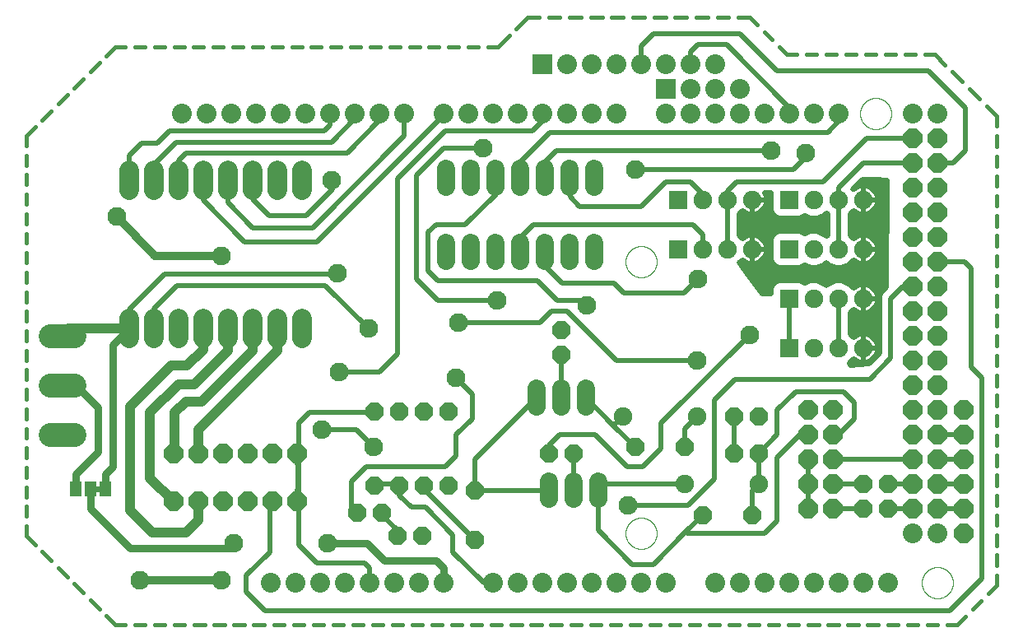
<source format=gtl>
G75*
%MOIN*%
%OFA0B0*%
%FSLAX25Y25*%
%IPPOS*%
%LPD*%
%AMOC8*
5,1,8,0,0,1.08239X$1,22.5*
%
%ADD10C,0.01600*%
%ADD11OC8,0.08000*%
%ADD12OC8,0.07200*%
%ADD13C,0.07543*%
%ADD14C,0.07200*%
%ADD15R,0.07543X0.07543*%
%ADD16C,0.08000*%
%ADD17C,0.00000*%
%ADD18C,0.09500*%
%ADD19C,0.08000*%
%ADD20R,0.08000X0.08000*%
%ADD21R,0.04600X0.06300*%
%ADD22C,0.02400*%
%ADD23C,0.02000*%
%ADD24C,0.07600*%
%ADD25C,0.04000*%
%ADD26C,0.03000*%
%ADD27C,0.03200*%
D10*
X0083669Y0064144D02*
X0087349Y0060464D01*
X0090133Y0057680D02*
X0093813Y0054000D01*
X0097898Y0054000D01*
X0101835Y0054000D02*
X0105920Y0054000D01*
X0109857Y0054000D02*
X0113941Y0054000D01*
X0117878Y0054000D02*
X0121963Y0054000D01*
X0125900Y0054000D02*
X0129985Y0054000D01*
X0133922Y0054000D02*
X0138007Y0054000D01*
X0141944Y0054000D02*
X0146029Y0054000D01*
X0149966Y0054000D02*
X0154050Y0054000D01*
X0157987Y0054000D02*
X0162072Y0054000D01*
X0166009Y0054000D02*
X0170094Y0054000D01*
X0174031Y0054000D02*
X0178116Y0054000D01*
X0182053Y0054000D02*
X0186137Y0054000D01*
X0190074Y0054000D02*
X0194159Y0054000D01*
X0198096Y0054000D02*
X0202181Y0054000D01*
X0206118Y0054000D02*
X0210203Y0054000D01*
X0214140Y0054000D02*
X0218225Y0054000D01*
X0222162Y0054000D02*
X0226246Y0054000D01*
X0230183Y0054000D02*
X0234268Y0054000D01*
X0238205Y0054000D02*
X0242290Y0054000D01*
X0246227Y0054000D02*
X0250312Y0054000D01*
X0254249Y0054000D02*
X0258334Y0054000D01*
X0262271Y0054000D02*
X0266355Y0054000D01*
X0270292Y0054000D02*
X0274377Y0054000D01*
X0278314Y0054000D02*
X0282399Y0054000D01*
X0286336Y0054000D02*
X0290421Y0054000D01*
X0294358Y0054000D02*
X0298443Y0054000D01*
X0302380Y0054000D02*
X0306464Y0054000D01*
X0310401Y0054000D02*
X0314486Y0054000D01*
X0318423Y0054000D02*
X0322508Y0054000D01*
X0326445Y0054000D02*
X0330530Y0054000D01*
X0334467Y0054000D02*
X0338552Y0054000D01*
X0342489Y0054000D02*
X0346573Y0054000D01*
X0350510Y0054000D02*
X0354595Y0054000D01*
X0358532Y0054000D02*
X0362617Y0054000D01*
X0366554Y0054000D02*
X0370639Y0054000D01*
X0374576Y0054000D02*
X0378660Y0054000D01*
X0382597Y0054000D02*
X0386682Y0054000D01*
X0390619Y0054000D02*
X0394704Y0054000D01*
X0398641Y0054000D02*
X0402726Y0054000D01*
X0406663Y0054000D02*
X0410748Y0054000D01*
X0414685Y0054000D02*
X0418769Y0054000D01*
X0422706Y0054000D02*
X0426791Y0054000D01*
X0430728Y0054000D02*
X0434813Y0054000D01*
X0438290Y0057477D01*
X0441074Y0060261D02*
X0444552Y0063739D01*
X0447336Y0066523D02*
X0450813Y0070000D01*
X0450813Y0074144D01*
X0450813Y0078081D02*
X0450813Y0082224D01*
X0450813Y0086161D02*
X0450813Y0090305D01*
X0450813Y0094242D02*
X0450813Y0098386D01*
X0450813Y0102323D02*
X0450813Y0106467D01*
X0450813Y0110404D02*
X0450813Y0114547D01*
X0450813Y0118484D02*
X0450813Y0122628D01*
X0450813Y0126565D02*
X0450813Y0130709D01*
X0450813Y0134646D02*
X0450813Y0138789D01*
X0450813Y0142726D02*
X0450813Y0146870D01*
X0450813Y0150807D02*
X0450813Y0154951D01*
X0450813Y0158888D02*
X0450813Y0163031D01*
X0450813Y0166969D02*
X0450813Y0171112D01*
X0450813Y0175049D02*
X0450813Y0179193D01*
X0450813Y0183130D02*
X0450813Y0187274D01*
X0450813Y0191211D02*
X0450813Y0195354D01*
X0450813Y0199291D02*
X0450813Y0203435D01*
X0450813Y0207372D02*
X0450813Y0211516D01*
X0450813Y0215453D02*
X0450813Y0219596D01*
X0450813Y0223533D02*
X0450813Y0227677D01*
X0450813Y0231614D02*
X0450813Y0235758D01*
X0450813Y0239695D02*
X0450813Y0243839D01*
X0450813Y0247776D02*
X0450813Y0251919D01*
X0450813Y0255856D02*
X0450813Y0260000D01*
X0446651Y0264162D01*
X0443867Y0266946D02*
X0439705Y0271108D01*
X0436921Y0273892D02*
X0432759Y0278054D01*
X0429975Y0280838D02*
X0425813Y0285000D01*
X0421758Y0285000D01*
X0417821Y0285000D02*
X0413766Y0285000D01*
X0409829Y0285000D02*
X0405774Y0285000D01*
X0401837Y0285000D02*
X0397782Y0285000D01*
X0393845Y0285000D02*
X0389789Y0285000D01*
X0385852Y0285000D02*
X0381797Y0285000D01*
X0377860Y0285000D02*
X0373805Y0285000D01*
X0369868Y0285000D02*
X0365813Y0285000D01*
X0362669Y0288144D01*
X0359885Y0290928D02*
X0356741Y0294072D01*
X0353957Y0296856D02*
X0350813Y0300000D01*
X0346210Y0300000D01*
X0342273Y0300000D02*
X0337671Y0300000D01*
X0333734Y0300000D02*
X0329131Y0300000D01*
X0325194Y0300000D02*
X0320591Y0300000D01*
X0316654Y0300000D02*
X0312051Y0300000D01*
X0308114Y0300000D02*
X0303512Y0300000D01*
X0299575Y0300000D02*
X0294972Y0300000D01*
X0291035Y0300000D02*
X0286432Y0300000D01*
X0282495Y0300000D02*
X0277892Y0300000D01*
X0273955Y0300000D02*
X0269353Y0300000D01*
X0265416Y0300000D02*
X0260813Y0300000D01*
X0256205Y0295392D01*
X0253421Y0292608D02*
X0248813Y0288000D01*
X0244803Y0288000D01*
X0240866Y0288000D02*
X0236856Y0288000D01*
X0232919Y0288000D02*
X0228909Y0288000D01*
X0224972Y0288000D02*
X0220963Y0288000D01*
X0217026Y0288000D02*
X0213016Y0288000D01*
X0209079Y0288000D02*
X0205069Y0288000D01*
X0201132Y0288000D02*
X0197122Y0288000D01*
X0193185Y0288000D02*
X0189175Y0288000D01*
X0185238Y0288000D02*
X0181228Y0288000D01*
X0177291Y0288000D02*
X0173282Y0288000D01*
X0169345Y0288000D02*
X0165335Y0288000D01*
X0161398Y0288000D02*
X0157388Y0288000D01*
X0153451Y0288000D02*
X0149441Y0288000D01*
X0145504Y0288000D02*
X0141494Y0288000D01*
X0137557Y0288000D02*
X0133547Y0288000D01*
X0129610Y0288000D02*
X0125600Y0288000D01*
X0121663Y0288000D02*
X0117654Y0288000D01*
X0113717Y0288000D02*
X0109707Y0288000D01*
X0105770Y0288000D02*
X0101760Y0288000D01*
X0097823Y0288000D02*
X0093813Y0288000D01*
X0090133Y0284320D01*
X0087349Y0281536D02*
X0083669Y0277856D01*
X0080885Y0275072D02*
X0077205Y0271392D01*
X0074421Y0268608D02*
X0070741Y0264928D01*
X0067957Y0262144D02*
X0064277Y0258464D01*
X0061493Y0255680D02*
X0057813Y0252000D01*
X0057813Y0248035D01*
X0057813Y0244098D02*
X0057813Y0240133D01*
X0057813Y0236196D02*
X0057813Y0232232D01*
X0057813Y0228295D02*
X0057813Y0224330D01*
X0057813Y0220393D02*
X0057813Y0216428D01*
X0057813Y0212491D02*
X0057813Y0208526D01*
X0057813Y0204589D02*
X0057813Y0200625D01*
X0057813Y0196688D02*
X0057813Y0192723D01*
X0057813Y0188786D02*
X0057813Y0184821D01*
X0057813Y0180884D02*
X0057813Y0176919D01*
X0057813Y0172982D02*
X0057813Y0169018D01*
X0057813Y0165081D02*
X0057813Y0161116D01*
X0057813Y0157179D02*
X0057813Y0153214D01*
X0057813Y0149277D02*
X0057813Y0145312D01*
X0057813Y0141375D02*
X0057813Y0137411D01*
X0057813Y0133474D02*
X0057813Y0129509D01*
X0057813Y0125572D02*
X0057813Y0121607D01*
X0057813Y0117670D02*
X0057813Y0113705D01*
X0057813Y0109768D02*
X0057813Y0105804D01*
X0057813Y0101867D02*
X0057813Y0097902D01*
X0057813Y0093965D02*
X0057813Y0090000D01*
X0061493Y0086320D01*
X0064277Y0083536D02*
X0067957Y0079856D01*
X0070741Y0077072D02*
X0074421Y0073392D01*
X0077205Y0070608D02*
X0080885Y0066928D01*
D11*
X0117313Y0104000D03*
X0127313Y0104000D03*
X0137313Y0104000D03*
X0147313Y0104000D03*
X0157313Y0104000D03*
X0167313Y0104000D03*
X0167313Y0123500D03*
X0157313Y0123500D03*
X0147313Y0123500D03*
X0137313Y0123500D03*
X0127313Y0123500D03*
X0117313Y0123500D03*
X0374313Y0121000D03*
X0384313Y0121000D03*
X0384313Y0111000D03*
X0374313Y0111000D03*
X0374313Y0101000D03*
X0384313Y0101000D03*
X0416813Y0101000D03*
X0426813Y0101000D03*
X0437313Y0101000D03*
X0437313Y0091000D03*
X0437313Y0111000D03*
X0426813Y0111000D03*
X0416813Y0111000D03*
X0416813Y0121000D03*
X0426813Y0121000D03*
X0437313Y0121000D03*
X0437313Y0131000D03*
X0426813Y0131000D03*
X0416813Y0131000D03*
X0416813Y0141000D03*
X0426813Y0141000D03*
X0437313Y0141000D03*
X0426813Y0151000D03*
X0416813Y0151000D03*
X0416813Y0161000D03*
X0426813Y0161000D03*
X0426813Y0171000D03*
X0416813Y0171000D03*
X0416813Y0181000D03*
X0426813Y0181000D03*
X0426813Y0191000D03*
X0416813Y0191000D03*
X0416813Y0201000D03*
X0426813Y0201000D03*
X0426813Y0211000D03*
X0416813Y0211000D03*
X0416813Y0221000D03*
X0426813Y0221000D03*
X0426813Y0231000D03*
X0416813Y0231000D03*
X0416813Y0241000D03*
X0426813Y0241000D03*
X0426813Y0251000D03*
X0416813Y0251000D03*
X0384313Y0141000D03*
X0374313Y0141000D03*
X0374313Y0131000D03*
X0384313Y0131000D03*
D12*
X0396813Y0111000D03*
X0406813Y0111000D03*
X0406813Y0101000D03*
X0396813Y0101000D03*
X0354313Y0123500D03*
X0344313Y0123500D03*
X0344313Y0138500D03*
X0354313Y0138500D03*
X0324313Y0126000D03*
X0304313Y0126000D03*
X0279313Y0123500D03*
X0269313Y0123500D03*
X0239313Y0108500D03*
X0228813Y0110500D03*
X0218813Y0110500D03*
X0208813Y0110500D03*
X0198813Y0110500D03*
X0201813Y0099500D03*
X0191813Y0099500D03*
X0208063Y0090000D03*
X0218063Y0090000D03*
X0239313Y0088500D03*
X0228813Y0140500D03*
X0218813Y0140500D03*
X0208813Y0140500D03*
X0198813Y0140500D03*
X0274313Y0163500D03*
X0274313Y0173500D03*
X0331813Y0098500D03*
X0351813Y0098500D03*
D13*
X0354313Y0111000D03*
X0324313Y0111000D03*
X0329313Y0138500D03*
X0299313Y0138500D03*
X0376813Y0166000D03*
X0386813Y0166000D03*
X0396813Y0166000D03*
X0396813Y0186000D03*
X0386813Y0186000D03*
X0376813Y0186000D03*
X0376813Y0206000D03*
X0386813Y0206000D03*
X0396813Y0206000D03*
X0396813Y0226000D03*
X0386813Y0226000D03*
X0376813Y0226000D03*
X0351813Y0226000D03*
X0341813Y0226000D03*
X0331813Y0226000D03*
X0331813Y0206000D03*
X0341813Y0206000D03*
X0351813Y0206000D03*
D14*
X0287813Y0208600D02*
X0287813Y0201400D01*
X0277813Y0201400D02*
X0277813Y0208600D01*
X0267813Y0208600D02*
X0267813Y0201400D01*
X0257813Y0201400D02*
X0257813Y0208600D01*
X0247813Y0208600D02*
X0247813Y0201400D01*
X0237813Y0201400D02*
X0237813Y0208600D01*
X0227813Y0208600D02*
X0227813Y0201400D01*
X0227813Y0231400D02*
X0227813Y0238600D01*
X0237813Y0238600D02*
X0237813Y0231400D01*
X0247813Y0231400D02*
X0247813Y0238600D01*
X0257813Y0238600D02*
X0257813Y0231400D01*
X0267813Y0231400D02*
X0267813Y0238600D01*
X0277813Y0238600D02*
X0277813Y0231400D01*
X0287813Y0231400D02*
X0287813Y0238600D01*
X0284313Y0149600D02*
X0284313Y0142400D01*
X0274313Y0142400D02*
X0274313Y0149600D01*
X0264313Y0149600D02*
X0264313Y0142400D01*
X0269313Y0112100D02*
X0269313Y0104900D01*
X0279313Y0104900D02*
X0279313Y0112100D01*
X0289313Y0112100D02*
X0289313Y0104900D01*
D15*
X0366813Y0166000D03*
X0366813Y0186000D03*
X0366813Y0206000D03*
X0366813Y0226000D03*
X0321813Y0226000D03*
X0321813Y0206000D03*
D16*
X0316813Y0261000D03*
X0326813Y0261000D03*
X0336813Y0261000D03*
X0346813Y0261000D03*
X0356813Y0261000D03*
X0366813Y0261000D03*
X0376813Y0261000D03*
X0386813Y0261000D03*
X0416813Y0261000D03*
X0426813Y0261000D03*
X0346813Y0271000D03*
X0336813Y0271000D03*
X0326813Y0271000D03*
X0326813Y0281000D03*
X0316813Y0281000D03*
X0306813Y0281000D03*
X0296813Y0281000D03*
X0286813Y0281000D03*
X0276813Y0281000D03*
X0276813Y0261000D03*
X0266813Y0261000D03*
X0256813Y0261000D03*
X0246813Y0261000D03*
X0236813Y0261000D03*
X0226813Y0261000D03*
X0210813Y0261000D03*
X0200813Y0261000D03*
X0190813Y0261000D03*
X0180813Y0261000D03*
X0170813Y0261000D03*
X0160813Y0261000D03*
X0150813Y0261000D03*
X0140813Y0261000D03*
X0130813Y0261000D03*
X0120813Y0261000D03*
X0286813Y0261000D03*
X0296813Y0261000D03*
X0336813Y0281000D03*
X0416813Y0091000D03*
X0426813Y0091000D03*
X0406813Y0071000D03*
X0396813Y0071000D03*
X0386813Y0071000D03*
X0376813Y0071000D03*
X0366813Y0071000D03*
X0356813Y0071000D03*
X0346813Y0071000D03*
X0336813Y0071000D03*
X0316813Y0071000D03*
X0306813Y0071000D03*
X0296813Y0071000D03*
X0286813Y0071000D03*
X0276813Y0071000D03*
X0266813Y0071000D03*
X0256813Y0071000D03*
X0246813Y0071000D03*
X0226813Y0071000D03*
X0216813Y0071000D03*
X0206813Y0071000D03*
X0196813Y0071000D03*
X0186813Y0071000D03*
X0176813Y0071000D03*
X0166813Y0071000D03*
X0156813Y0071000D03*
D17*
X0300514Y0091000D02*
X0300516Y0091158D01*
X0300522Y0091316D01*
X0300532Y0091474D01*
X0300546Y0091632D01*
X0300564Y0091789D01*
X0300585Y0091946D01*
X0300611Y0092102D01*
X0300641Y0092258D01*
X0300674Y0092413D01*
X0300712Y0092566D01*
X0300753Y0092719D01*
X0300798Y0092871D01*
X0300847Y0093022D01*
X0300900Y0093171D01*
X0300956Y0093319D01*
X0301016Y0093465D01*
X0301080Y0093610D01*
X0301148Y0093753D01*
X0301219Y0093895D01*
X0301293Y0094035D01*
X0301371Y0094172D01*
X0301453Y0094308D01*
X0301537Y0094442D01*
X0301626Y0094573D01*
X0301717Y0094702D01*
X0301812Y0094829D01*
X0301909Y0094954D01*
X0302010Y0095076D01*
X0302114Y0095195D01*
X0302221Y0095312D01*
X0302331Y0095426D01*
X0302444Y0095537D01*
X0302559Y0095646D01*
X0302677Y0095751D01*
X0302798Y0095853D01*
X0302921Y0095953D01*
X0303047Y0096049D01*
X0303175Y0096142D01*
X0303305Y0096232D01*
X0303438Y0096318D01*
X0303573Y0096402D01*
X0303709Y0096481D01*
X0303848Y0096558D01*
X0303989Y0096630D01*
X0304131Y0096700D01*
X0304275Y0096765D01*
X0304421Y0096827D01*
X0304568Y0096885D01*
X0304717Y0096940D01*
X0304867Y0096991D01*
X0305018Y0097038D01*
X0305170Y0097081D01*
X0305323Y0097120D01*
X0305478Y0097156D01*
X0305633Y0097187D01*
X0305789Y0097215D01*
X0305945Y0097239D01*
X0306102Y0097259D01*
X0306260Y0097275D01*
X0306417Y0097287D01*
X0306576Y0097295D01*
X0306734Y0097299D01*
X0306892Y0097299D01*
X0307050Y0097295D01*
X0307209Y0097287D01*
X0307366Y0097275D01*
X0307524Y0097259D01*
X0307681Y0097239D01*
X0307837Y0097215D01*
X0307993Y0097187D01*
X0308148Y0097156D01*
X0308303Y0097120D01*
X0308456Y0097081D01*
X0308608Y0097038D01*
X0308759Y0096991D01*
X0308909Y0096940D01*
X0309058Y0096885D01*
X0309205Y0096827D01*
X0309351Y0096765D01*
X0309495Y0096700D01*
X0309637Y0096630D01*
X0309778Y0096558D01*
X0309917Y0096481D01*
X0310053Y0096402D01*
X0310188Y0096318D01*
X0310321Y0096232D01*
X0310451Y0096142D01*
X0310579Y0096049D01*
X0310705Y0095953D01*
X0310828Y0095853D01*
X0310949Y0095751D01*
X0311067Y0095646D01*
X0311182Y0095537D01*
X0311295Y0095426D01*
X0311405Y0095312D01*
X0311512Y0095195D01*
X0311616Y0095076D01*
X0311717Y0094954D01*
X0311814Y0094829D01*
X0311909Y0094702D01*
X0312000Y0094573D01*
X0312089Y0094442D01*
X0312173Y0094308D01*
X0312255Y0094172D01*
X0312333Y0094035D01*
X0312407Y0093895D01*
X0312478Y0093753D01*
X0312546Y0093610D01*
X0312610Y0093465D01*
X0312670Y0093319D01*
X0312726Y0093171D01*
X0312779Y0093022D01*
X0312828Y0092871D01*
X0312873Y0092719D01*
X0312914Y0092566D01*
X0312952Y0092413D01*
X0312985Y0092258D01*
X0313015Y0092102D01*
X0313041Y0091946D01*
X0313062Y0091789D01*
X0313080Y0091632D01*
X0313094Y0091474D01*
X0313104Y0091316D01*
X0313110Y0091158D01*
X0313112Y0091000D01*
X0313110Y0090842D01*
X0313104Y0090684D01*
X0313094Y0090526D01*
X0313080Y0090368D01*
X0313062Y0090211D01*
X0313041Y0090054D01*
X0313015Y0089898D01*
X0312985Y0089742D01*
X0312952Y0089587D01*
X0312914Y0089434D01*
X0312873Y0089281D01*
X0312828Y0089129D01*
X0312779Y0088978D01*
X0312726Y0088829D01*
X0312670Y0088681D01*
X0312610Y0088535D01*
X0312546Y0088390D01*
X0312478Y0088247D01*
X0312407Y0088105D01*
X0312333Y0087965D01*
X0312255Y0087828D01*
X0312173Y0087692D01*
X0312089Y0087558D01*
X0312000Y0087427D01*
X0311909Y0087298D01*
X0311814Y0087171D01*
X0311717Y0087046D01*
X0311616Y0086924D01*
X0311512Y0086805D01*
X0311405Y0086688D01*
X0311295Y0086574D01*
X0311182Y0086463D01*
X0311067Y0086354D01*
X0310949Y0086249D01*
X0310828Y0086147D01*
X0310705Y0086047D01*
X0310579Y0085951D01*
X0310451Y0085858D01*
X0310321Y0085768D01*
X0310188Y0085682D01*
X0310053Y0085598D01*
X0309917Y0085519D01*
X0309778Y0085442D01*
X0309637Y0085370D01*
X0309495Y0085300D01*
X0309351Y0085235D01*
X0309205Y0085173D01*
X0309058Y0085115D01*
X0308909Y0085060D01*
X0308759Y0085009D01*
X0308608Y0084962D01*
X0308456Y0084919D01*
X0308303Y0084880D01*
X0308148Y0084844D01*
X0307993Y0084813D01*
X0307837Y0084785D01*
X0307681Y0084761D01*
X0307524Y0084741D01*
X0307366Y0084725D01*
X0307209Y0084713D01*
X0307050Y0084705D01*
X0306892Y0084701D01*
X0306734Y0084701D01*
X0306576Y0084705D01*
X0306417Y0084713D01*
X0306260Y0084725D01*
X0306102Y0084741D01*
X0305945Y0084761D01*
X0305789Y0084785D01*
X0305633Y0084813D01*
X0305478Y0084844D01*
X0305323Y0084880D01*
X0305170Y0084919D01*
X0305018Y0084962D01*
X0304867Y0085009D01*
X0304717Y0085060D01*
X0304568Y0085115D01*
X0304421Y0085173D01*
X0304275Y0085235D01*
X0304131Y0085300D01*
X0303989Y0085370D01*
X0303848Y0085442D01*
X0303709Y0085519D01*
X0303573Y0085598D01*
X0303438Y0085682D01*
X0303305Y0085768D01*
X0303175Y0085858D01*
X0303047Y0085951D01*
X0302921Y0086047D01*
X0302798Y0086147D01*
X0302677Y0086249D01*
X0302559Y0086354D01*
X0302444Y0086463D01*
X0302331Y0086574D01*
X0302221Y0086688D01*
X0302114Y0086805D01*
X0302010Y0086924D01*
X0301909Y0087046D01*
X0301812Y0087171D01*
X0301717Y0087298D01*
X0301626Y0087427D01*
X0301537Y0087558D01*
X0301453Y0087692D01*
X0301371Y0087828D01*
X0301293Y0087965D01*
X0301219Y0088105D01*
X0301148Y0088247D01*
X0301080Y0088390D01*
X0301016Y0088535D01*
X0300956Y0088681D01*
X0300900Y0088829D01*
X0300847Y0088978D01*
X0300798Y0089129D01*
X0300753Y0089281D01*
X0300712Y0089434D01*
X0300674Y0089587D01*
X0300641Y0089742D01*
X0300611Y0089898D01*
X0300585Y0090054D01*
X0300564Y0090211D01*
X0300546Y0090368D01*
X0300532Y0090526D01*
X0300522Y0090684D01*
X0300516Y0090842D01*
X0300514Y0091000D01*
X0420514Y0071000D02*
X0420516Y0071158D01*
X0420522Y0071316D01*
X0420532Y0071474D01*
X0420546Y0071632D01*
X0420564Y0071789D01*
X0420585Y0071946D01*
X0420611Y0072102D01*
X0420641Y0072258D01*
X0420674Y0072413D01*
X0420712Y0072566D01*
X0420753Y0072719D01*
X0420798Y0072871D01*
X0420847Y0073022D01*
X0420900Y0073171D01*
X0420956Y0073319D01*
X0421016Y0073465D01*
X0421080Y0073610D01*
X0421148Y0073753D01*
X0421219Y0073895D01*
X0421293Y0074035D01*
X0421371Y0074172D01*
X0421453Y0074308D01*
X0421537Y0074442D01*
X0421626Y0074573D01*
X0421717Y0074702D01*
X0421812Y0074829D01*
X0421909Y0074954D01*
X0422010Y0075076D01*
X0422114Y0075195D01*
X0422221Y0075312D01*
X0422331Y0075426D01*
X0422444Y0075537D01*
X0422559Y0075646D01*
X0422677Y0075751D01*
X0422798Y0075853D01*
X0422921Y0075953D01*
X0423047Y0076049D01*
X0423175Y0076142D01*
X0423305Y0076232D01*
X0423438Y0076318D01*
X0423573Y0076402D01*
X0423709Y0076481D01*
X0423848Y0076558D01*
X0423989Y0076630D01*
X0424131Y0076700D01*
X0424275Y0076765D01*
X0424421Y0076827D01*
X0424568Y0076885D01*
X0424717Y0076940D01*
X0424867Y0076991D01*
X0425018Y0077038D01*
X0425170Y0077081D01*
X0425323Y0077120D01*
X0425478Y0077156D01*
X0425633Y0077187D01*
X0425789Y0077215D01*
X0425945Y0077239D01*
X0426102Y0077259D01*
X0426260Y0077275D01*
X0426417Y0077287D01*
X0426576Y0077295D01*
X0426734Y0077299D01*
X0426892Y0077299D01*
X0427050Y0077295D01*
X0427209Y0077287D01*
X0427366Y0077275D01*
X0427524Y0077259D01*
X0427681Y0077239D01*
X0427837Y0077215D01*
X0427993Y0077187D01*
X0428148Y0077156D01*
X0428303Y0077120D01*
X0428456Y0077081D01*
X0428608Y0077038D01*
X0428759Y0076991D01*
X0428909Y0076940D01*
X0429058Y0076885D01*
X0429205Y0076827D01*
X0429351Y0076765D01*
X0429495Y0076700D01*
X0429637Y0076630D01*
X0429778Y0076558D01*
X0429917Y0076481D01*
X0430053Y0076402D01*
X0430188Y0076318D01*
X0430321Y0076232D01*
X0430451Y0076142D01*
X0430579Y0076049D01*
X0430705Y0075953D01*
X0430828Y0075853D01*
X0430949Y0075751D01*
X0431067Y0075646D01*
X0431182Y0075537D01*
X0431295Y0075426D01*
X0431405Y0075312D01*
X0431512Y0075195D01*
X0431616Y0075076D01*
X0431717Y0074954D01*
X0431814Y0074829D01*
X0431909Y0074702D01*
X0432000Y0074573D01*
X0432089Y0074442D01*
X0432173Y0074308D01*
X0432255Y0074172D01*
X0432333Y0074035D01*
X0432407Y0073895D01*
X0432478Y0073753D01*
X0432546Y0073610D01*
X0432610Y0073465D01*
X0432670Y0073319D01*
X0432726Y0073171D01*
X0432779Y0073022D01*
X0432828Y0072871D01*
X0432873Y0072719D01*
X0432914Y0072566D01*
X0432952Y0072413D01*
X0432985Y0072258D01*
X0433015Y0072102D01*
X0433041Y0071946D01*
X0433062Y0071789D01*
X0433080Y0071632D01*
X0433094Y0071474D01*
X0433104Y0071316D01*
X0433110Y0071158D01*
X0433112Y0071000D01*
X0433110Y0070842D01*
X0433104Y0070684D01*
X0433094Y0070526D01*
X0433080Y0070368D01*
X0433062Y0070211D01*
X0433041Y0070054D01*
X0433015Y0069898D01*
X0432985Y0069742D01*
X0432952Y0069587D01*
X0432914Y0069434D01*
X0432873Y0069281D01*
X0432828Y0069129D01*
X0432779Y0068978D01*
X0432726Y0068829D01*
X0432670Y0068681D01*
X0432610Y0068535D01*
X0432546Y0068390D01*
X0432478Y0068247D01*
X0432407Y0068105D01*
X0432333Y0067965D01*
X0432255Y0067828D01*
X0432173Y0067692D01*
X0432089Y0067558D01*
X0432000Y0067427D01*
X0431909Y0067298D01*
X0431814Y0067171D01*
X0431717Y0067046D01*
X0431616Y0066924D01*
X0431512Y0066805D01*
X0431405Y0066688D01*
X0431295Y0066574D01*
X0431182Y0066463D01*
X0431067Y0066354D01*
X0430949Y0066249D01*
X0430828Y0066147D01*
X0430705Y0066047D01*
X0430579Y0065951D01*
X0430451Y0065858D01*
X0430321Y0065768D01*
X0430188Y0065682D01*
X0430053Y0065598D01*
X0429917Y0065519D01*
X0429778Y0065442D01*
X0429637Y0065370D01*
X0429495Y0065300D01*
X0429351Y0065235D01*
X0429205Y0065173D01*
X0429058Y0065115D01*
X0428909Y0065060D01*
X0428759Y0065009D01*
X0428608Y0064962D01*
X0428456Y0064919D01*
X0428303Y0064880D01*
X0428148Y0064844D01*
X0427993Y0064813D01*
X0427837Y0064785D01*
X0427681Y0064761D01*
X0427524Y0064741D01*
X0427366Y0064725D01*
X0427209Y0064713D01*
X0427050Y0064705D01*
X0426892Y0064701D01*
X0426734Y0064701D01*
X0426576Y0064705D01*
X0426417Y0064713D01*
X0426260Y0064725D01*
X0426102Y0064741D01*
X0425945Y0064761D01*
X0425789Y0064785D01*
X0425633Y0064813D01*
X0425478Y0064844D01*
X0425323Y0064880D01*
X0425170Y0064919D01*
X0425018Y0064962D01*
X0424867Y0065009D01*
X0424717Y0065060D01*
X0424568Y0065115D01*
X0424421Y0065173D01*
X0424275Y0065235D01*
X0424131Y0065300D01*
X0423989Y0065370D01*
X0423848Y0065442D01*
X0423709Y0065519D01*
X0423573Y0065598D01*
X0423438Y0065682D01*
X0423305Y0065768D01*
X0423175Y0065858D01*
X0423047Y0065951D01*
X0422921Y0066047D01*
X0422798Y0066147D01*
X0422677Y0066249D01*
X0422559Y0066354D01*
X0422444Y0066463D01*
X0422331Y0066574D01*
X0422221Y0066688D01*
X0422114Y0066805D01*
X0422010Y0066924D01*
X0421909Y0067046D01*
X0421812Y0067171D01*
X0421717Y0067298D01*
X0421626Y0067427D01*
X0421537Y0067558D01*
X0421453Y0067692D01*
X0421371Y0067828D01*
X0421293Y0067965D01*
X0421219Y0068105D01*
X0421148Y0068247D01*
X0421080Y0068390D01*
X0421016Y0068535D01*
X0420956Y0068681D01*
X0420900Y0068829D01*
X0420847Y0068978D01*
X0420798Y0069129D01*
X0420753Y0069281D01*
X0420712Y0069434D01*
X0420674Y0069587D01*
X0420641Y0069742D01*
X0420611Y0069898D01*
X0420585Y0070054D01*
X0420564Y0070211D01*
X0420546Y0070368D01*
X0420532Y0070526D01*
X0420522Y0070684D01*
X0420516Y0070842D01*
X0420514Y0071000D01*
X0300514Y0201000D02*
X0300516Y0201158D01*
X0300522Y0201316D01*
X0300532Y0201474D01*
X0300546Y0201632D01*
X0300564Y0201789D01*
X0300585Y0201946D01*
X0300611Y0202102D01*
X0300641Y0202258D01*
X0300674Y0202413D01*
X0300712Y0202566D01*
X0300753Y0202719D01*
X0300798Y0202871D01*
X0300847Y0203022D01*
X0300900Y0203171D01*
X0300956Y0203319D01*
X0301016Y0203465D01*
X0301080Y0203610D01*
X0301148Y0203753D01*
X0301219Y0203895D01*
X0301293Y0204035D01*
X0301371Y0204172D01*
X0301453Y0204308D01*
X0301537Y0204442D01*
X0301626Y0204573D01*
X0301717Y0204702D01*
X0301812Y0204829D01*
X0301909Y0204954D01*
X0302010Y0205076D01*
X0302114Y0205195D01*
X0302221Y0205312D01*
X0302331Y0205426D01*
X0302444Y0205537D01*
X0302559Y0205646D01*
X0302677Y0205751D01*
X0302798Y0205853D01*
X0302921Y0205953D01*
X0303047Y0206049D01*
X0303175Y0206142D01*
X0303305Y0206232D01*
X0303438Y0206318D01*
X0303573Y0206402D01*
X0303709Y0206481D01*
X0303848Y0206558D01*
X0303989Y0206630D01*
X0304131Y0206700D01*
X0304275Y0206765D01*
X0304421Y0206827D01*
X0304568Y0206885D01*
X0304717Y0206940D01*
X0304867Y0206991D01*
X0305018Y0207038D01*
X0305170Y0207081D01*
X0305323Y0207120D01*
X0305478Y0207156D01*
X0305633Y0207187D01*
X0305789Y0207215D01*
X0305945Y0207239D01*
X0306102Y0207259D01*
X0306260Y0207275D01*
X0306417Y0207287D01*
X0306576Y0207295D01*
X0306734Y0207299D01*
X0306892Y0207299D01*
X0307050Y0207295D01*
X0307209Y0207287D01*
X0307366Y0207275D01*
X0307524Y0207259D01*
X0307681Y0207239D01*
X0307837Y0207215D01*
X0307993Y0207187D01*
X0308148Y0207156D01*
X0308303Y0207120D01*
X0308456Y0207081D01*
X0308608Y0207038D01*
X0308759Y0206991D01*
X0308909Y0206940D01*
X0309058Y0206885D01*
X0309205Y0206827D01*
X0309351Y0206765D01*
X0309495Y0206700D01*
X0309637Y0206630D01*
X0309778Y0206558D01*
X0309917Y0206481D01*
X0310053Y0206402D01*
X0310188Y0206318D01*
X0310321Y0206232D01*
X0310451Y0206142D01*
X0310579Y0206049D01*
X0310705Y0205953D01*
X0310828Y0205853D01*
X0310949Y0205751D01*
X0311067Y0205646D01*
X0311182Y0205537D01*
X0311295Y0205426D01*
X0311405Y0205312D01*
X0311512Y0205195D01*
X0311616Y0205076D01*
X0311717Y0204954D01*
X0311814Y0204829D01*
X0311909Y0204702D01*
X0312000Y0204573D01*
X0312089Y0204442D01*
X0312173Y0204308D01*
X0312255Y0204172D01*
X0312333Y0204035D01*
X0312407Y0203895D01*
X0312478Y0203753D01*
X0312546Y0203610D01*
X0312610Y0203465D01*
X0312670Y0203319D01*
X0312726Y0203171D01*
X0312779Y0203022D01*
X0312828Y0202871D01*
X0312873Y0202719D01*
X0312914Y0202566D01*
X0312952Y0202413D01*
X0312985Y0202258D01*
X0313015Y0202102D01*
X0313041Y0201946D01*
X0313062Y0201789D01*
X0313080Y0201632D01*
X0313094Y0201474D01*
X0313104Y0201316D01*
X0313110Y0201158D01*
X0313112Y0201000D01*
X0313110Y0200842D01*
X0313104Y0200684D01*
X0313094Y0200526D01*
X0313080Y0200368D01*
X0313062Y0200211D01*
X0313041Y0200054D01*
X0313015Y0199898D01*
X0312985Y0199742D01*
X0312952Y0199587D01*
X0312914Y0199434D01*
X0312873Y0199281D01*
X0312828Y0199129D01*
X0312779Y0198978D01*
X0312726Y0198829D01*
X0312670Y0198681D01*
X0312610Y0198535D01*
X0312546Y0198390D01*
X0312478Y0198247D01*
X0312407Y0198105D01*
X0312333Y0197965D01*
X0312255Y0197828D01*
X0312173Y0197692D01*
X0312089Y0197558D01*
X0312000Y0197427D01*
X0311909Y0197298D01*
X0311814Y0197171D01*
X0311717Y0197046D01*
X0311616Y0196924D01*
X0311512Y0196805D01*
X0311405Y0196688D01*
X0311295Y0196574D01*
X0311182Y0196463D01*
X0311067Y0196354D01*
X0310949Y0196249D01*
X0310828Y0196147D01*
X0310705Y0196047D01*
X0310579Y0195951D01*
X0310451Y0195858D01*
X0310321Y0195768D01*
X0310188Y0195682D01*
X0310053Y0195598D01*
X0309917Y0195519D01*
X0309778Y0195442D01*
X0309637Y0195370D01*
X0309495Y0195300D01*
X0309351Y0195235D01*
X0309205Y0195173D01*
X0309058Y0195115D01*
X0308909Y0195060D01*
X0308759Y0195009D01*
X0308608Y0194962D01*
X0308456Y0194919D01*
X0308303Y0194880D01*
X0308148Y0194844D01*
X0307993Y0194813D01*
X0307837Y0194785D01*
X0307681Y0194761D01*
X0307524Y0194741D01*
X0307366Y0194725D01*
X0307209Y0194713D01*
X0307050Y0194705D01*
X0306892Y0194701D01*
X0306734Y0194701D01*
X0306576Y0194705D01*
X0306417Y0194713D01*
X0306260Y0194725D01*
X0306102Y0194741D01*
X0305945Y0194761D01*
X0305789Y0194785D01*
X0305633Y0194813D01*
X0305478Y0194844D01*
X0305323Y0194880D01*
X0305170Y0194919D01*
X0305018Y0194962D01*
X0304867Y0195009D01*
X0304717Y0195060D01*
X0304568Y0195115D01*
X0304421Y0195173D01*
X0304275Y0195235D01*
X0304131Y0195300D01*
X0303989Y0195370D01*
X0303848Y0195442D01*
X0303709Y0195519D01*
X0303573Y0195598D01*
X0303438Y0195682D01*
X0303305Y0195768D01*
X0303175Y0195858D01*
X0303047Y0195951D01*
X0302921Y0196047D01*
X0302798Y0196147D01*
X0302677Y0196249D01*
X0302559Y0196354D01*
X0302444Y0196463D01*
X0302331Y0196574D01*
X0302221Y0196688D01*
X0302114Y0196805D01*
X0302010Y0196924D01*
X0301909Y0197046D01*
X0301812Y0197171D01*
X0301717Y0197298D01*
X0301626Y0197427D01*
X0301537Y0197558D01*
X0301453Y0197692D01*
X0301371Y0197828D01*
X0301293Y0197965D01*
X0301219Y0198105D01*
X0301148Y0198247D01*
X0301080Y0198390D01*
X0301016Y0198535D01*
X0300956Y0198681D01*
X0300900Y0198829D01*
X0300847Y0198978D01*
X0300798Y0199129D01*
X0300753Y0199281D01*
X0300712Y0199434D01*
X0300674Y0199587D01*
X0300641Y0199742D01*
X0300611Y0199898D01*
X0300585Y0200054D01*
X0300564Y0200211D01*
X0300546Y0200368D01*
X0300532Y0200526D01*
X0300522Y0200684D01*
X0300516Y0200842D01*
X0300514Y0201000D01*
X0395514Y0261000D02*
X0395516Y0261158D01*
X0395522Y0261316D01*
X0395532Y0261474D01*
X0395546Y0261632D01*
X0395564Y0261789D01*
X0395585Y0261946D01*
X0395611Y0262102D01*
X0395641Y0262258D01*
X0395674Y0262413D01*
X0395712Y0262566D01*
X0395753Y0262719D01*
X0395798Y0262871D01*
X0395847Y0263022D01*
X0395900Y0263171D01*
X0395956Y0263319D01*
X0396016Y0263465D01*
X0396080Y0263610D01*
X0396148Y0263753D01*
X0396219Y0263895D01*
X0396293Y0264035D01*
X0396371Y0264172D01*
X0396453Y0264308D01*
X0396537Y0264442D01*
X0396626Y0264573D01*
X0396717Y0264702D01*
X0396812Y0264829D01*
X0396909Y0264954D01*
X0397010Y0265076D01*
X0397114Y0265195D01*
X0397221Y0265312D01*
X0397331Y0265426D01*
X0397444Y0265537D01*
X0397559Y0265646D01*
X0397677Y0265751D01*
X0397798Y0265853D01*
X0397921Y0265953D01*
X0398047Y0266049D01*
X0398175Y0266142D01*
X0398305Y0266232D01*
X0398438Y0266318D01*
X0398573Y0266402D01*
X0398709Y0266481D01*
X0398848Y0266558D01*
X0398989Y0266630D01*
X0399131Y0266700D01*
X0399275Y0266765D01*
X0399421Y0266827D01*
X0399568Y0266885D01*
X0399717Y0266940D01*
X0399867Y0266991D01*
X0400018Y0267038D01*
X0400170Y0267081D01*
X0400323Y0267120D01*
X0400478Y0267156D01*
X0400633Y0267187D01*
X0400789Y0267215D01*
X0400945Y0267239D01*
X0401102Y0267259D01*
X0401260Y0267275D01*
X0401417Y0267287D01*
X0401576Y0267295D01*
X0401734Y0267299D01*
X0401892Y0267299D01*
X0402050Y0267295D01*
X0402209Y0267287D01*
X0402366Y0267275D01*
X0402524Y0267259D01*
X0402681Y0267239D01*
X0402837Y0267215D01*
X0402993Y0267187D01*
X0403148Y0267156D01*
X0403303Y0267120D01*
X0403456Y0267081D01*
X0403608Y0267038D01*
X0403759Y0266991D01*
X0403909Y0266940D01*
X0404058Y0266885D01*
X0404205Y0266827D01*
X0404351Y0266765D01*
X0404495Y0266700D01*
X0404637Y0266630D01*
X0404778Y0266558D01*
X0404917Y0266481D01*
X0405053Y0266402D01*
X0405188Y0266318D01*
X0405321Y0266232D01*
X0405451Y0266142D01*
X0405579Y0266049D01*
X0405705Y0265953D01*
X0405828Y0265853D01*
X0405949Y0265751D01*
X0406067Y0265646D01*
X0406182Y0265537D01*
X0406295Y0265426D01*
X0406405Y0265312D01*
X0406512Y0265195D01*
X0406616Y0265076D01*
X0406717Y0264954D01*
X0406814Y0264829D01*
X0406909Y0264702D01*
X0407000Y0264573D01*
X0407089Y0264442D01*
X0407173Y0264308D01*
X0407255Y0264172D01*
X0407333Y0264035D01*
X0407407Y0263895D01*
X0407478Y0263753D01*
X0407546Y0263610D01*
X0407610Y0263465D01*
X0407670Y0263319D01*
X0407726Y0263171D01*
X0407779Y0263022D01*
X0407828Y0262871D01*
X0407873Y0262719D01*
X0407914Y0262566D01*
X0407952Y0262413D01*
X0407985Y0262258D01*
X0408015Y0262102D01*
X0408041Y0261946D01*
X0408062Y0261789D01*
X0408080Y0261632D01*
X0408094Y0261474D01*
X0408104Y0261316D01*
X0408110Y0261158D01*
X0408112Y0261000D01*
X0408110Y0260842D01*
X0408104Y0260684D01*
X0408094Y0260526D01*
X0408080Y0260368D01*
X0408062Y0260211D01*
X0408041Y0260054D01*
X0408015Y0259898D01*
X0407985Y0259742D01*
X0407952Y0259587D01*
X0407914Y0259434D01*
X0407873Y0259281D01*
X0407828Y0259129D01*
X0407779Y0258978D01*
X0407726Y0258829D01*
X0407670Y0258681D01*
X0407610Y0258535D01*
X0407546Y0258390D01*
X0407478Y0258247D01*
X0407407Y0258105D01*
X0407333Y0257965D01*
X0407255Y0257828D01*
X0407173Y0257692D01*
X0407089Y0257558D01*
X0407000Y0257427D01*
X0406909Y0257298D01*
X0406814Y0257171D01*
X0406717Y0257046D01*
X0406616Y0256924D01*
X0406512Y0256805D01*
X0406405Y0256688D01*
X0406295Y0256574D01*
X0406182Y0256463D01*
X0406067Y0256354D01*
X0405949Y0256249D01*
X0405828Y0256147D01*
X0405705Y0256047D01*
X0405579Y0255951D01*
X0405451Y0255858D01*
X0405321Y0255768D01*
X0405188Y0255682D01*
X0405053Y0255598D01*
X0404917Y0255519D01*
X0404778Y0255442D01*
X0404637Y0255370D01*
X0404495Y0255300D01*
X0404351Y0255235D01*
X0404205Y0255173D01*
X0404058Y0255115D01*
X0403909Y0255060D01*
X0403759Y0255009D01*
X0403608Y0254962D01*
X0403456Y0254919D01*
X0403303Y0254880D01*
X0403148Y0254844D01*
X0402993Y0254813D01*
X0402837Y0254785D01*
X0402681Y0254761D01*
X0402524Y0254741D01*
X0402366Y0254725D01*
X0402209Y0254713D01*
X0402050Y0254705D01*
X0401892Y0254701D01*
X0401734Y0254701D01*
X0401576Y0254705D01*
X0401417Y0254713D01*
X0401260Y0254725D01*
X0401102Y0254741D01*
X0400945Y0254761D01*
X0400789Y0254785D01*
X0400633Y0254813D01*
X0400478Y0254844D01*
X0400323Y0254880D01*
X0400170Y0254919D01*
X0400018Y0254962D01*
X0399867Y0255009D01*
X0399717Y0255060D01*
X0399568Y0255115D01*
X0399421Y0255173D01*
X0399275Y0255235D01*
X0399131Y0255300D01*
X0398989Y0255370D01*
X0398848Y0255442D01*
X0398709Y0255519D01*
X0398573Y0255598D01*
X0398438Y0255682D01*
X0398305Y0255768D01*
X0398175Y0255858D01*
X0398047Y0255951D01*
X0397921Y0256047D01*
X0397798Y0256147D01*
X0397677Y0256249D01*
X0397559Y0256354D01*
X0397444Y0256463D01*
X0397331Y0256574D01*
X0397221Y0256688D01*
X0397114Y0256805D01*
X0397010Y0256924D01*
X0396909Y0257046D01*
X0396812Y0257171D01*
X0396717Y0257298D01*
X0396626Y0257427D01*
X0396537Y0257558D01*
X0396453Y0257692D01*
X0396371Y0257828D01*
X0396293Y0257965D01*
X0396219Y0258105D01*
X0396148Y0258247D01*
X0396080Y0258390D01*
X0396016Y0258535D01*
X0395956Y0258681D01*
X0395900Y0258829D01*
X0395847Y0258978D01*
X0395798Y0259129D01*
X0395753Y0259281D01*
X0395712Y0259434D01*
X0395674Y0259587D01*
X0395641Y0259742D01*
X0395611Y0259898D01*
X0395585Y0260054D01*
X0395564Y0260211D01*
X0395546Y0260368D01*
X0395532Y0260526D01*
X0395522Y0260684D01*
X0395516Y0260842D01*
X0395514Y0261000D01*
D18*
X0077063Y0171000D02*
X0067563Y0171000D01*
X0067563Y0151000D02*
X0077063Y0151000D01*
X0077063Y0131000D02*
X0067563Y0131000D01*
D19*
X0099313Y0170000D02*
X0099313Y0178000D01*
X0109313Y0178000D02*
X0109313Y0170000D01*
X0119313Y0170000D02*
X0119313Y0178000D01*
X0129313Y0178000D02*
X0129313Y0170000D01*
X0139313Y0170000D02*
X0139313Y0178000D01*
X0149313Y0178000D02*
X0149313Y0170000D01*
X0159313Y0170000D02*
X0159313Y0178000D01*
X0169313Y0178000D02*
X0169313Y0170000D01*
X0169313Y0230000D02*
X0169313Y0238000D01*
X0159313Y0238000D02*
X0159313Y0230000D01*
X0149313Y0230000D02*
X0149313Y0238000D01*
X0139313Y0238000D02*
X0139313Y0230000D01*
X0129313Y0230000D02*
X0129313Y0238000D01*
X0119313Y0238000D02*
X0119313Y0230000D01*
X0109313Y0230000D02*
X0109313Y0238000D01*
X0099313Y0238000D02*
X0099313Y0230000D01*
D20*
X0266813Y0281000D03*
X0316813Y0271000D03*
D21*
X0089813Y0109000D03*
X0083813Y0109000D03*
X0077813Y0109000D03*
D22*
X0083813Y0109000D02*
X0088813Y0109000D01*
D23*
X0083813Y0109000D01*
X0146813Y0074000D02*
X0146813Y0067500D01*
X0154563Y0059750D01*
X0431813Y0059750D01*
X0444813Y0072750D01*
X0444813Y0154000D01*
X0440313Y0158500D01*
X0440313Y0198500D01*
X0437813Y0201000D01*
X0426813Y0201000D01*
X0416813Y0191000D02*
X0412813Y0191000D01*
X0407813Y0186000D01*
X0407813Y0162000D01*
X0399313Y0153500D01*
X0344813Y0153500D01*
X0336313Y0145000D01*
X0336313Y0113000D01*
X0325813Y0102500D01*
X0301313Y0102500D01*
X0291813Y0111000D02*
X0289313Y0108500D01*
X0289313Y0092250D01*
X0303063Y0078500D01*
X0311813Y0078500D01*
X0324938Y0091625D01*
X0325563Y0091000D01*
X0356813Y0091000D01*
X0361813Y0096000D01*
X0361813Y0121625D01*
X0371188Y0131000D01*
X0374313Y0131000D01*
X0384313Y0131000D02*
X0386813Y0131000D01*
X0393063Y0137250D01*
X0393063Y0144125D01*
X0388688Y0148500D01*
X0369313Y0148500D01*
X0361813Y0141000D01*
X0361813Y0131000D01*
X0354313Y0123500D01*
X0354313Y0111000D01*
X0351813Y0108500D01*
X0351813Y0098500D01*
X0331813Y0098500D02*
X0324938Y0091625D01*
X0324313Y0111000D02*
X0291813Y0111000D01*
X0301188Y0117875D02*
X0307438Y0117875D01*
X0314938Y0125375D01*
X0314938Y0135625D01*
X0350813Y0171500D01*
X0366813Y0166000D02*
X0366813Y0186000D01*
X0359541Y0188167D02*
X0355813Y0188000D01*
X0349813Y0196000D01*
X0346636Y0200539D01*
X0347874Y0201777D01*
X0348053Y0201598D01*
X0348788Y0201064D01*
X0349597Y0200651D01*
X0350461Y0200370D01*
X0351359Y0200228D01*
X0351813Y0200228D01*
X0352267Y0200228D01*
X0353165Y0200370D01*
X0354029Y0200651D01*
X0354838Y0201064D01*
X0355573Y0201598D01*
X0356215Y0202240D01*
X0356749Y0202975D01*
X0357162Y0203784D01*
X0357443Y0204648D01*
X0357585Y0205546D01*
X0357585Y0206000D01*
X0357585Y0206454D01*
X0357443Y0207352D01*
X0357162Y0208216D01*
X0356749Y0209025D01*
X0356215Y0209760D01*
X0355573Y0210402D01*
X0354838Y0210936D01*
X0354029Y0211349D01*
X0353165Y0211630D01*
X0352267Y0211772D01*
X0351813Y0211772D01*
X0351359Y0211772D01*
X0350461Y0211630D01*
X0349597Y0211349D01*
X0348788Y0210936D01*
X0348053Y0210402D01*
X0347874Y0210223D01*
X0346313Y0211784D01*
X0346313Y0220216D01*
X0347874Y0221777D01*
X0348053Y0221598D01*
X0348788Y0221064D01*
X0349597Y0220651D01*
X0350461Y0220370D01*
X0351359Y0220228D01*
X0351813Y0220228D01*
X0352267Y0220228D01*
X0353165Y0220370D01*
X0354029Y0220651D01*
X0354838Y0221064D01*
X0355573Y0221598D01*
X0356215Y0222240D01*
X0356749Y0222975D01*
X0357162Y0223784D01*
X0357443Y0224648D01*
X0357585Y0225546D01*
X0357585Y0226000D01*
X0357585Y0226454D01*
X0357443Y0227352D01*
X0357162Y0228216D01*
X0356762Y0229000D01*
X0359541Y0229000D01*
X0359541Y0221532D01*
X0360074Y0220246D01*
X0361059Y0219261D01*
X0362345Y0218728D01*
X0371281Y0218728D01*
X0372567Y0219261D01*
X0373010Y0219704D01*
X0375367Y0218728D01*
X0378259Y0218728D01*
X0380932Y0219835D01*
X0381813Y0220716D01*
X0382313Y0220216D01*
X0382313Y0211784D01*
X0381813Y0211284D01*
X0380932Y0212165D01*
X0378259Y0213272D01*
X0375367Y0213272D01*
X0373010Y0212296D01*
X0372567Y0212739D01*
X0371281Y0213272D01*
X0362345Y0213272D01*
X0361059Y0212739D01*
X0360074Y0211754D01*
X0359541Y0210468D01*
X0359541Y0201532D01*
X0360074Y0200246D01*
X0361059Y0199261D01*
X0362345Y0198728D01*
X0371281Y0198728D01*
X0372567Y0199261D01*
X0373010Y0199704D01*
X0375367Y0198728D01*
X0378259Y0198728D01*
X0380932Y0199835D01*
X0381813Y0200716D01*
X0382694Y0199835D01*
X0385367Y0198728D01*
X0388259Y0198728D01*
X0390932Y0199835D01*
X0392874Y0201777D01*
X0393053Y0201598D01*
X0393788Y0201064D01*
X0394597Y0200651D01*
X0395461Y0200370D01*
X0396359Y0200228D01*
X0396813Y0200228D01*
X0397267Y0200228D01*
X0398165Y0200370D01*
X0399029Y0200651D01*
X0399838Y0201064D01*
X0400573Y0201598D01*
X0401215Y0202240D01*
X0401749Y0202975D01*
X0402162Y0203784D01*
X0402443Y0204648D01*
X0402585Y0205546D01*
X0402585Y0206000D01*
X0402585Y0206454D01*
X0402443Y0207352D01*
X0402162Y0208216D01*
X0401749Y0209025D01*
X0401215Y0209760D01*
X0400573Y0210402D01*
X0399838Y0210936D01*
X0399029Y0211349D01*
X0398165Y0211630D01*
X0397267Y0211772D01*
X0396813Y0211772D01*
X0396359Y0211772D01*
X0395461Y0211630D01*
X0394597Y0211349D01*
X0393788Y0210936D01*
X0393053Y0210402D01*
X0392874Y0210223D01*
X0391313Y0211784D01*
X0391313Y0220216D01*
X0392874Y0221777D01*
X0393053Y0221598D01*
X0393788Y0221064D01*
X0394597Y0220651D01*
X0395461Y0220370D01*
X0396359Y0220228D01*
X0396813Y0220228D01*
X0397267Y0220228D01*
X0398165Y0220370D01*
X0399029Y0220651D01*
X0399838Y0221064D01*
X0400573Y0221598D01*
X0401215Y0222240D01*
X0401749Y0222975D01*
X0402162Y0223784D01*
X0402443Y0224648D01*
X0402585Y0225546D01*
X0402585Y0226000D01*
X0402585Y0226454D01*
X0402443Y0227352D01*
X0402162Y0228216D01*
X0401749Y0229025D01*
X0401215Y0229760D01*
X0400573Y0230402D01*
X0399838Y0230936D01*
X0399029Y0231349D01*
X0398165Y0231630D01*
X0397267Y0231772D01*
X0396813Y0231772D01*
X0396359Y0231772D01*
X0395461Y0231630D01*
X0394597Y0231349D01*
X0393788Y0230936D01*
X0393053Y0230402D01*
X0392874Y0230223D01*
X0392637Y0230460D01*
X0396454Y0234277D01*
X0401313Y0234500D01*
X0406313Y0234000D01*
X0406020Y0190571D01*
X0403998Y0188549D01*
X0403313Y0186895D01*
X0403313Y0163864D01*
X0399129Y0159680D01*
X0391313Y0159000D01*
X0391238Y0160141D01*
X0392874Y0161777D01*
X0393053Y0161598D01*
X0393788Y0161064D01*
X0394597Y0160651D01*
X0395461Y0160370D01*
X0396359Y0160228D01*
X0396813Y0160228D01*
X0397267Y0160228D01*
X0398165Y0160370D01*
X0399029Y0160651D01*
X0399838Y0161064D01*
X0400573Y0161598D01*
X0401215Y0162240D01*
X0401749Y0162975D01*
X0402162Y0163784D01*
X0402443Y0164648D01*
X0402585Y0165546D01*
X0402585Y0166000D01*
X0402585Y0166454D01*
X0402443Y0167352D01*
X0402162Y0168216D01*
X0401749Y0169025D01*
X0401215Y0169760D01*
X0400573Y0170402D01*
X0399838Y0170936D01*
X0399029Y0171349D01*
X0398165Y0171630D01*
X0397267Y0171772D01*
X0396813Y0171772D01*
X0396359Y0171772D01*
X0395461Y0171630D01*
X0394597Y0171349D01*
X0393788Y0170936D01*
X0393053Y0170402D01*
X0392874Y0170223D01*
X0391313Y0171784D01*
X0391313Y0180216D01*
X0392874Y0181777D01*
X0393053Y0181598D01*
X0393788Y0181064D01*
X0394597Y0180651D01*
X0395461Y0180370D01*
X0396359Y0180228D01*
X0396813Y0180228D01*
X0397267Y0180228D01*
X0398165Y0180370D01*
X0399029Y0180651D01*
X0399838Y0181064D01*
X0400573Y0181598D01*
X0401215Y0182240D01*
X0401749Y0182975D01*
X0402162Y0183784D01*
X0402443Y0184648D01*
X0402585Y0185546D01*
X0402585Y0186000D01*
X0402585Y0186454D01*
X0402443Y0187352D01*
X0402162Y0188216D01*
X0401749Y0189025D01*
X0401215Y0189760D01*
X0400573Y0190402D01*
X0399838Y0190936D01*
X0399029Y0191349D01*
X0398165Y0191630D01*
X0397267Y0191772D01*
X0396813Y0191772D01*
X0396359Y0191772D01*
X0395461Y0191630D01*
X0394597Y0191349D01*
X0393788Y0190936D01*
X0393053Y0190402D01*
X0392874Y0190223D01*
X0390932Y0192165D01*
X0388259Y0193272D01*
X0385367Y0193272D01*
X0382694Y0192165D01*
X0381813Y0191284D01*
X0380932Y0192165D01*
X0378259Y0193272D01*
X0375367Y0193272D01*
X0373010Y0192296D01*
X0372567Y0192739D01*
X0371281Y0193272D01*
X0362345Y0193272D01*
X0361059Y0192739D01*
X0360074Y0191754D01*
X0359541Y0190468D01*
X0359541Y0188167D01*
X0359541Y0188860D02*
X0355168Y0188860D01*
X0353669Y0190859D02*
X0359703Y0190859D01*
X0361344Y0192857D02*
X0352170Y0192857D01*
X0350671Y0194856D02*
X0406049Y0194856D01*
X0406062Y0196854D02*
X0349215Y0196854D01*
X0347816Y0198853D02*
X0362045Y0198853D01*
X0359823Y0200851D02*
X0354421Y0200851D01*
X0351813Y0200851D02*
X0351813Y0200851D01*
X0351813Y0200228D02*
X0351813Y0206000D01*
X0351813Y0226000D01*
X0357585Y0226000D01*
X0351813Y0226000D01*
X0351813Y0226000D01*
X0351813Y0220228D01*
X0351813Y0226000D01*
X0351813Y0226000D01*
X0351813Y0224833D02*
X0351813Y0224833D01*
X0351813Y0222835D02*
X0351813Y0222835D01*
X0351813Y0220836D02*
X0351813Y0220836D01*
X0354392Y0220836D02*
X0359830Y0220836D01*
X0359541Y0222835D02*
X0356647Y0222835D01*
X0357472Y0224833D02*
X0359541Y0224833D01*
X0359541Y0226832D02*
X0357525Y0226832D01*
X0356849Y0228830D02*
X0359541Y0228830D01*
X0349234Y0220836D02*
X0346933Y0220836D01*
X0346313Y0218838D02*
X0362081Y0218838D01*
X0361308Y0212842D02*
X0346313Y0212842D01*
X0346313Y0214841D02*
X0382313Y0214841D01*
X0382313Y0216839D02*
X0346313Y0216839D01*
X0347253Y0210844D02*
X0348660Y0210844D01*
X0351813Y0210844D02*
X0351813Y0210844D01*
X0351813Y0211772D02*
X0351813Y0206000D01*
X0351813Y0206000D01*
X0351813Y0211772D01*
X0351813Y0208845D02*
X0351813Y0208845D01*
X0351813Y0206847D02*
X0351813Y0206847D01*
X0351813Y0206000D02*
X0357585Y0206000D01*
X0351813Y0206000D01*
X0351813Y0206000D01*
X0351813Y0206000D01*
X0351813Y0200228D01*
X0351813Y0202850D02*
X0351813Y0202850D01*
X0351813Y0204848D02*
X0351813Y0204848D01*
X0349205Y0200851D02*
X0346948Y0200851D01*
X0341813Y0206000D02*
X0341813Y0226000D01*
X0341813Y0229750D01*
X0345563Y0233500D01*
X0380563Y0233500D01*
X0398063Y0251000D01*
X0416813Y0251000D01*
X0416813Y0241000D02*
X0396813Y0241000D01*
X0386813Y0231000D01*
X0386813Y0226000D01*
X0386813Y0206000D01*
X0391948Y0200851D02*
X0394205Y0200851D01*
X0396813Y0200851D02*
X0396813Y0200851D01*
X0396813Y0200228D02*
X0396813Y0206000D01*
X0396813Y0226000D01*
X0396813Y0226000D01*
X0396813Y0231772D01*
X0396813Y0226000D01*
X0402585Y0226000D01*
X0396813Y0226000D01*
X0396813Y0226000D01*
X0396813Y0220228D01*
X0396813Y0226000D01*
X0396813Y0226000D01*
X0396813Y0226832D02*
X0396813Y0226832D01*
X0396813Y0228830D02*
X0396813Y0228830D01*
X0396813Y0230829D02*
X0396813Y0230829D01*
X0395004Y0232827D02*
X0406305Y0232827D01*
X0406292Y0230829D02*
X0399986Y0230829D01*
X0401849Y0228830D02*
X0406278Y0228830D01*
X0406265Y0226832D02*
X0402525Y0226832D01*
X0402472Y0224833D02*
X0406251Y0224833D01*
X0406238Y0222835D02*
X0401647Y0222835D01*
X0399392Y0220836D02*
X0406224Y0220836D01*
X0406211Y0218838D02*
X0391313Y0218838D01*
X0391313Y0216839D02*
X0406197Y0216839D01*
X0406184Y0214841D02*
X0391313Y0214841D01*
X0391313Y0212842D02*
X0406170Y0212842D01*
X0406157Y0210844D02*
X0399966Y0210844D01*
X0401841Y0208845D02*
X0406143Y0208845D01*
X0406130Y0206847D02*
X0402523Y0206847D01*
X0402585Y0206000D02*
X0396813Y0206000D01*
X0396813Y0206000D01*
X0396813Y0211772D01*
X0396813Y0206000D01*
X0396813Y0206000D01*
X0402585Y0206000D01*
X0402474Y0204848D02*
X0406116Y0204848D01*
X0406103Y0202850D02*
X0401658Y0202850D01*
X0399421Y0200851D02*
X0406089Y0200851D01*
X0406076Y0198853D02*
X0388559Y0198853D01*
X0385067Y0198853D02*
X0378559Y0198853D01*
X0375067Y0198853D02*
X0371581Y0198853D01*
X0372282Y0192857D02*
X0374366Y0192857D01*
X0379260Y0192857D02*
X0384366Y0192857D01*
X0389260Y0192857D02*
X0406035Y0192857D01*
X0406022Y0190859D02*
X0399945Y0190859D01*
X0401833Y0188860D02*
X0404309Y0188860D01*
X0403313Y0186862D02*
X0402520Y0186862D01*
X0402585Y0186000D02*
X0396813Y0186000D01*
X0396813Y0166000D01*
X0396813Y0166000D01*
X0396813Y0171772D01*
X0396813Y0166000D01*
X0402585Y0166000D01*
X0396813Y0166000D01*
X0396813Y0166000D01*
X0396813Y0160228D01*
X0396813Y0166000D01*
X0396813Y0166000D01*
X0396813Y0166876D02*
X0396813Y0166876D01*
X0396813Y0164878D02*
X0396813Y0164878D01*
X0396813Y0162879D02*
X0396813Y0162879D01*
X0396813Y0160881D02*
X0396813Y0160881D01*
X0399479Y0160881D02*
X0400330Y0160881D01*
X0401680Y0162879D02*
X0402328Y0162879D01*
X0402479Y0164878D02*
X0403313Y0164878D01*
X0403313Y0166876D02*
X0402518Y0166876D01*
X0401826Y0168875D02*
X0403313Y0168875D01*
X0403313Y0170873D02*
X0399925Y0170873D01*
X0396813Y0170873D02*
X0396813Y0170873D01*
X0396813Y0168875D02*
X0396813Y0168875D01*
X0393701Y0170873D02*
X0392223Y0170873D01*
X0391313Y0172872D02*
X0403313Y0172872D01*
X0403313Y0174870D02*
X0391313Y0174870D01*
X0391313Y0176869D02*
X0403313Y0176869D01*
X0403313Y0178868D02*
X0391313Y0178868D01*
X0391963Y0180866D02*
X0394176Y0180866D01*
X0396813Y0180866D02*
X0396813Y0180866D01*
X0396813Y0180228D02*
X0396813Y0186000D01*
X0396813Y0186000D01*
X0396813Y0191772D01*
X0396813Y0186000D01*
X0396813Y0186000D01*
X0402585Y0186000D01*
X0402477Y0184863D02*
X0403313Y0184863D01*
X0403313Y0182865D02*
X0401669Y0182865D01*
X0403313Y0180866D02*
X0399450Y0180866D01*
X0396813Y0180228D02*
X0396813Y0186000D01*
X0396813Y0186000D01*
X0396813Y0186862D02*
X0396813Y0186862D01*
X0396813Y0188860D02*
X0396813Y0188860D01*
X0396813Y0190859D02*
X0396813Y0190859D01*
X0393681Y0190859D02*
X0392238Y0190859D01*
X0386813Y0186000D02*
X0386813Y0166000D01*
X0391978Y0160881D02*
X0394147Y0160881D01*
X0396813Y0182865D02*
X0396813Y0182865D01*
X0396813Y0184863D02*
X0396813Y0184863D01*
X0396813Y0200228D02*
X0396813Y0206000D01*
X0396813Y0206000D01*
X0396813Y0206847D02*
X0396813Y0206847D01*
X0396813Y0208845D02*
X0396813Y0208845D01*
X0396813Y0210844D02*
X0396813Y0210844D01*
X0393660Y0210844D02*
X0392253Y0210844D01*
X0396813Y0204848D02*
X0396813Y0204848D01*
X0396813Y0202850D02*
X0396813Y0202850D01*
X0382313Y0212842D02*
X0379296Y0212842D01*
X0374330Y0212842D02*
X0372318Y0212842D01*
X0371545Y0218838D02*
X0375102Y0218838D01*
X0378523Y0218838D02*
X0382313Y0218838D01*
X0391933Y0220836D02*
X0394234Y0220836D01*
X0396813Y0220836D02*
X0396813Y0220836D01*
X0396813Y0222835D02*
X0396813Y0222835D01*
X0396813Y0224833D02*
X0396813Y0224833D01*
X0393640Y0230829D02*
X0393006Y0230829D01*
X0373313Y0243500D02*
X0368313Y0238500D01*
X0304313Y0238500D01*
X0316813Y0233500D02*
X0326813Y0233500D01*
X0331813Y0228500D01*
X0331813Y0226000D01*
X0316813Y0233500D02*
X0306813Y0223500D01*
X0281813Y0223500D01*
X0278063Y0227250D01*
X0278063Y0234750D01*
X0277813Y0235000D01*
X0268063Y0236000D02*
X0268063Y0241625D01*
X0272438Y0246000D01*
X0359313Y0246000D01*
X0373313Y0245000D02*
X0373313Y0243500D01*
X0382438Y0253500D02*
X0386813Y0257875D01*
X0386813Y0261000D01*
X0382438Y0253500D02*
X0269938Y0253500D01*
X0258063Y0241625D01*
X0258063Y0236000D01*
X0257813Y0235000D01*
X0248063Y0234750D02*
X0247813Y0235000D01*
X0248063Y0234750D02*
X0248063Y0228500D01*
X0235563Y0216000D01*
X0223688Y0216000D01*
X0220563Y0212875D01*
X0220563Y0197250D01*
X0224313Y0193500D01*
X0264938Y0193500D01*
X0272938Y0185500D01*
X0282813Y0185500D01*
X0284813Y0183500D01*
X0276813Y0181000D02*
X0270313Y0181000D01*
X0265813Y0176500D01*
X0232813Y0176500D01*
X0224313Y0185375D02*
X0248188Y0185375D01*
X0248313Y0185500D01*
X0268063Y0199125D02*
X0268063Y0204750D01*
X0267813Y0205000D01*
X0268063Y0199125D02*
X0274688Y0192500D01*
X0295938Y0192500D01*
X0299938Y0188500D01*
X0324063Y0188500D01*
X0329813Y0194000D01*
X0331813Y0206000D02*
X0331813Y0212000D01*
X0327813Y0216000D01*
X0263063Y0216000D01*
X0258063Y0211000D01*
X0258063Y0206000D01*
X0257813Y0205000D01*
X0224313Y0185375D02*
X0215813Y0193875D01*
X0215813Y0236000D01*
X0226813Y0247000D01*
X0242813Y0247000D01*
X0227313Y0254000D02*
X0262813Y0254000D01*
X0266813Y0258000D01*
X0266813Y0261000D01*
X0268063Y0236000D02*
X0267813Y0235000D01*
X0227313Y0254000D02*
X0208063Y0234750D01*
X0208063Y0163750D01*
X0200813Y0156500D01*
X0184313Y0156500D01*
X0172313Y0140000D02*
X0198313Y0140000D01*
X0198813Y0140500D01*
X0198063Y0139750D01*
X0191313Y0133000D02*
X0177313Y0133000D01*
X0172313Y0140000D02*
X0168063Y0135750D01*
X0168063Y0123500D01*
X0167313Y0104000D01*
X0168063Y0122250D01*
X0168063Y0104750D01*
X0168063Y0086250D01*
X0175313Y0079000D01*
X0194813Y0079000D01*
X0196813Y0077000D01*
X0196813Y0071000D01*
X0208063Y0090000D02*
X0208063Y0092250D01*
X0201813Y0098500D01*
X0201813Y0099500D01*
X0191813Y0099500D02*
X0191438Y0099500D01*
X0189313Y0101625D01*
X0189313Y0112000D01*
X0195313Y0118000D01*
X0227313Y0118000D01*
X0231813Y0122500D01*
X0231813Y0131000D01*
X0238313Y0137500D01*
X0238313Y0147500D01*
X0231813Y0154000D01*
X0264313Y0146000D02*
X0239313Y0121000D01*
X0239313Y0108500D01*
X0269313Y0108500D01*
X0279313Y0108500D02*
X0279313Y0123500D01*
X0273688Y0131000D02*
X0269313Y0126625D01*
X0269313Y0123500D01*
X0273688Y0131000D02*
X0288063Y0131000D01*
X0301188Y0117875D01*
X0304313Y0126000D02*
X0295563Y0134750D01*
X0299313Y0138500D01*
X0295563Y0134750D02*
X0284313Y0146000D01*
X0274313Y0146000D02*
X0274313Y0163500D01*
X0276813Y0181000D02*
X0296813Y0161000D01*
X0329313Y0161000D01*
X0328313Y0161000D01*
X0329313Y0138500D02*
X0324313Y0133500D01*
X0324313Y0126000D01*
X0344313Y0123500D02*
X0344313Y0138500D01*
X0374313Y0121000D02*
X0374313Y0111000D01*
X0374313Y0101000D01*
X0384313Y0101000D02*
X0396813Y0101000D01*
X0406813Y0101000D02*
X0416813Y0101000D01*
X0426813Y0101000D02*
X0437313Y0101000D01*
X0437313Y0111000D02*
X0426813Y0111000D01*
X0416813Y0111000D02*
X0406813Y0111000D01*
X0396813Y0111000D02*
X0384313Y0111000D01*
X0384313Y0121000D02*
X0416813Y0121000D01*
X0426813Y0121000D02*
X0437313Y0121000D01*
X0437313Y0131000D02*
X0426813Y0131000D01*
X0359541Y0202850D02*
X0356658Y0202850D01*
X0357474Y0204848D02*
X0359541Y0204848D01*
X0359541Y0206847D02*
X0357523Y0206847D01*
X0356841Y0208845D02*
X0359541Y0208845D01*
X0359697Y0210844D02*
X0354966Y0210844D01*
X0426813Y0241000D02*
X0433063Y0241000D01*
X0438063Y0246000D01*
X0438063Y0263500D01*
X0423063Y0278500D01*
X0361813Y0278500D01*
X0346813Y0293500D01*
X0311813Y0293500D01*
X0306813Y0288500D01*
X0306813Y0281000D01*
X0326813Y0281000D02*
X0326813Y0286000D01*
X0329813Y0289000D01*
X0341313Y0289000D01*
X0366813Y0263500D01*
X0366813Y0261000D01*
X0226813Y0261000D02*
X0224938Y0259125D01*
X0224938Y0258500D01*
X0175563Y0209125D01*
X0146188Y0209125D01*
X0129313Y0226000D01*
X0129313Y0234000D01*
X0119313Y0234000D02*
X0119313Y0242000D01*
X0122313Y0245000D01*
X0187688Y0245000D01*
X0200563Y0257875D01*
X0200563Y0260750D01*
X0200813Y0261000D01*
X0190813Y0261000D02*
X0190813Y0259000D01*
X0181313Y0249500D01*
X0118438Y0249500D01*
X0109313Y0240375D01*
X0109313Y0234000D01*
X0099313Y0234000D02*
X0099313Y0244125D01*
X0104313Y0249125D01*
X0110938Y0249125D01*
X0115813Y0254000D01*
X0178313Y0254000D01*
X0180813Y0256500D01*
X0180813Y0261000D01*
X0210813Y0261000D02*
X0210813Y0251875D01*
X0173688Y0214750D01*
X0149563Y0214750D01*
X0139313Y0225000D01*
X0139313Y0234000D01*
X0149313Y0234000D02*
X0149313Y0226500D01*
X0156063Y0219750D01*
X0171188Y0219750D01*
X0181813Y0230375D01*
X0181813Y0233500D01*
X0181313Y0234000D01*
X0183813Y0196500D02*
X0183313Y0196000D01*
X0113688Y0196000D01*
X0099313Y0181625D01*
X0099313Y0174000D01*
X0109313Y0174000D02*
X0109313Y0182000D01*
X0118813Y0191500D01*
X0178813Y0191500D01*
X0196313Y0174000D01*
X0191313Y0133000D02*
X0198313Y0126000D01*
X0199313Y0111000D02*
X0198813Y0110500D01*
X0199313Y0111000D02*
X0208063Y0111000D01*
X0208813Y0110500D01*
X0208813Y0106500D01*
X0213688Y0101625D01*
X0219313Y0101625D01*
X0230563Y0090375D01*
X0230563Y0083500D01*
X0243063Y0071000D01*
X0239313Y0088500D02*
X0218813Y0109000D01*
X0218813Y0110500D01*
X0168063Y0104750D02*
X0167313Y0123500D01*
X0157313Y0104000D02*
X0156313Y0103000D01*
X0156313Y0083500D01*
X0146813Y0074000D01*
D24*
X0136813Y0072000D03*
X0141813Y0087000D03*
X0179813Y0087000D03*
X0198313Y0126000D03*
X0177313Y0133000D03*
X0184313Y0156500D03*
X0196313Y0174000D03*
X0183813Y0196500D03*
X0136813Y0203500D03*
X0094313Y0219500D03*
X0181313Y0234000D03*
X0242813Y0247000D03*
X0304313Y0238500D03*
X0359313Y0246000D03*
X0373313Y0245000D03*
X0329813Y0194000D03*
X0350813Y0171500D03*
X0329313Y0161000D03*
X0284813Y0183500D03*
X0248313Y0185500D03*
X0232813Y0176500D03*
X0231813Y0154000D03*
X0301313Y0102500D03*
X0103813Y0072000D03*
D25*
X0108813Y0091500D02*
X0122313Y0091500D01*
X0127313Y0096500D01*
X0127313Y0104000D01*
X0117313Y0104000D02*
X0107813Y0113500D01*
X0107813Y0140000D01*
X0119313Y0151500D01*
X0125813Y0151500D01*
X0139313Y0165000D01*
X0139313Y0174000D01*
X0129313Y0174000D02*
X0129313Y0165500D01*
X0122813Y0159000D01*
X0116313Y0159000D01*
X0099813Y0142500D01*
X0099813Y0100500D01*
X0108813Y0091500D01*
X0117313Y0123500D02*
X0117813Y0124000D01*
X0117813Y0140000D01*
X0122313Y0144500D01*
X0128813Y0144500D01*
X0149313Y0165000D01*
X0149313Y0174000D01*
X0159313Y0174000D02*
X0159313Y0165000D01*
X0127313Y0133000D01*
X0127313Y0123500D01*
X0072313Y0171000D02*
X0074813Y0174000D01*
X0099313Y0174000D01*
D26*
X0092813Y0167500D01*
X0092813Y0118000D01*
X0089813Y0115000D01*
X0089813Y0109000D01*
X0083813Y0109000D02*
X0083813Y0101000D01*
X0099813Y0085000D01*
X0139813Y0085000D01*
X0141813Y0087000D01*
X0179813Y0087000D02*
X0195813Y0087000D01*
X0202813Y0080000D01*
X0223813Y0080000D01*
X0226813Y0077000D01*
X0226813Y0071000D01*
X0086813Y0124000D02*
X0086813Y0142000D01*
X0077813Y0151000D01*
X0072313Y0151000D01*
X0086813Y0124000D02*
X0077813Y0115000D01*
X0077813Y0109000D01*
D27*
X0103813Y0072000D02*
X0136813Y0072000D01*
X0136813Y0203500D02*
X0109813Y0203500D01*
X0094313Y0219500D01*
M02*

</source>
